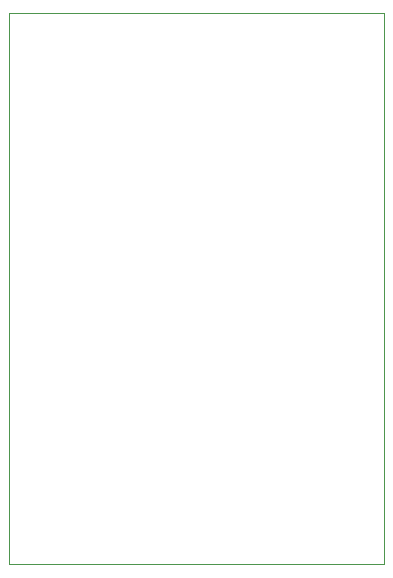
<source format=gko>
G75*
%MOIN*%
%OFA0B0*%
%FSLAX24Y24*%
%IPPOS*%
%LPD*%
%AMOC8*
5,1,8,0,0,1.08239X$1,22.5*
%
%ADD10C,0.0000*%
D10*
X000490Y000300D02*
X000490Y018670D01*
X012982Y018670D01*
X012982Y000300D01*
X000490Y000300D01*
M02*

</source>
